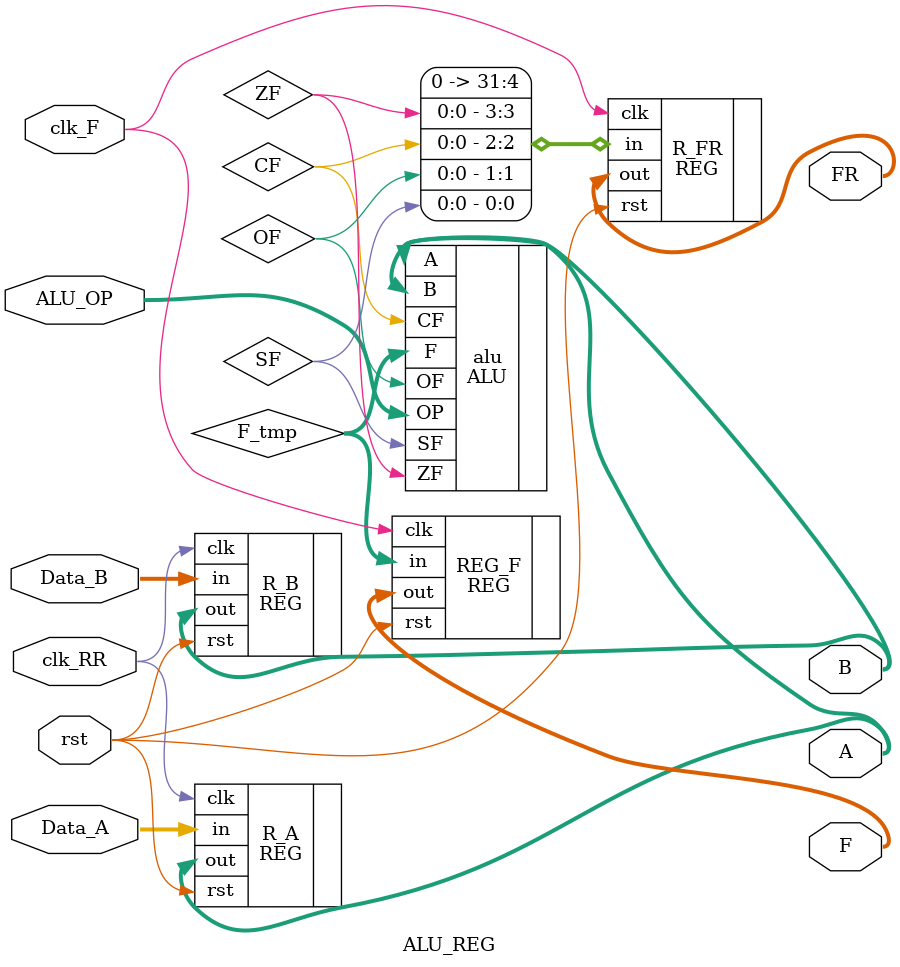
<source format=v>
`timescale 1ns / 1ps

module ALU_REG (
    ALU_OP,
    Data_A,
    Data_B,
    rst,
    clk_RR,
    clk_F,
    A,
    B,
    F,
    FR
);

  input [3:0] ALU_OP;
  input [31:0] Data_A, Data_B;
  input rst, clk_RR, clk_F;
  output [31:0] A, B, F;
  output [3:0] FR;


  wire [31:0] F_tmp;
  wire ZF, CF, OF, SF;


  REG R_A (
      .clk(clk_RR),
      .rst(rst),
      .in (Data_A),
      .out(A)
  );

  REG R_B (
      .clk(clk_RR),
      .rst(rst),
      .in (Data_B),
      .out(B)
  );

  ALU alu (
      .OP(ALU_OP),
      .A (A),
      .B (B),
      .F (F_tmp),
      .ZF(ZF),
      .CF(CF),
      .OF(OF),
      .SF(SF)
  );

  REG REG_F (
      .clk(clk_F),
      .rst(rst),
      .in (F_tmp),
      .out(F)
  );


  REG R_FR (
      .clk(clk_F),
      .rst(rst),
      .in ({28'b0, ZF, CF, OF, SF}),
      .out(FR)
  );


endmodule

</source>
